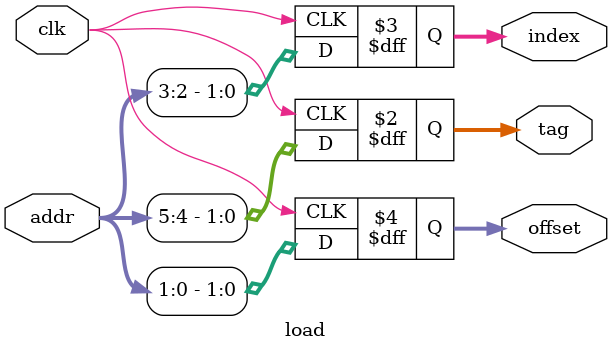
<source format=v>
module load(addr, tag, offset, index,clk);
input clk;
input [5:0] addr;

output [1:0] tag;
output [1:0] index;
output [1:0] offset;

always @(posedge clk)
begin 
    offset <= addr[1:0];
    index <= addr[3:2];
    tag <= addr[5:4];
end

endmodule
</source>
